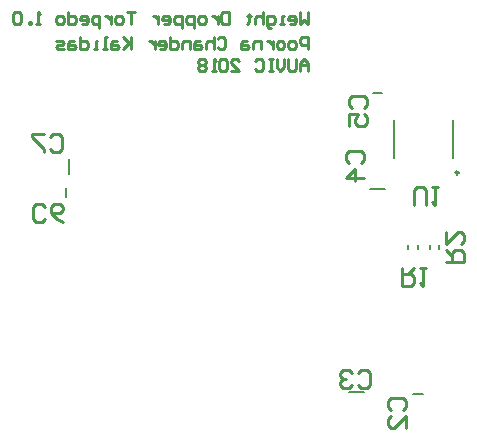
<source format=gbo>
G04*
G04 #@! TF.GenerationSoftware,Altium Limited,Altium Designer,18.1.7 (191)*
G04*
G04 Layer_Color=32896*
%FSLAX25Y25*%
%MOIN*%
G70*
G01*
G75*
%ADD10C,0.00787*%
%ADD12C,0.01000*%
%ADD64C,0.00984*%
D10*
X207480Y116929D02*
X210630D01*
X186023Y117717D02*
X191142D01*
X92913Y190354D02*
Y195473D01*
X91732Y182677D02*
Y185827D01*
X205906Y165303D02*
Y166878D01*
X209055Y165303D02*
Y166878D01*
X212992Y165303D02*
Y166878D01*
X216142Y165303D02*
Y166878D01*
X193110Y185433D02*
X198228D01*
X194095Y217323D02*
X197244D01*
X201181Y195669D02*
Y208268D01*
X220866Y195669D02*
Y208268D01*
D12*
X172448Y244407D02*
Y240471D01*
X171136Y241783D01*
X169824Y240471D01*
Y244407D01*
X166545Y240471D02*
X167857D01*
X168512Y241127D01*
Y242439D01*
X167857Y243095D01*
X166545D01*
X165889Y242439D01*
Y241783D01*
X168512D01*
X164577Y240471D02*
X163265D01*
X163921D01*
Y243095D01*
X164577D01*
X159985Y239159D02*
X159329D01*
X158673Y239815D01*
Y243095D01*
X160641D01*
X161297Y242439D01*
Y241127D01*
X160641Y240471D01*
X158673D01*
X157361Y244407D02*
Y240471D01*
Y242439D01*
X156705Y243095D01*
X155393D01*
X154737Y242439D01*
Y240471D01*
X152769Y243751D02*
Y243095D01*
X153426D01*
X152113D01*
X152769D01*
Y241127D01*
X152113Y240471D01*
X146210Y244407D02*
Y240471D01*
X144242D01*
X143586Y241127D01*
Y243751D01*
X144242Y244407D01*
X146210D01*
X142274Y243095D02*
Y240471D01*
Y241783D01*
X141618Y242439D01*
X140962Y243095D01*
X140306D01*
X137682Y240471D02*
X136371D01*
X135715Y241127D01*
Y242439D01*
X136371Y243095D01*
X137682D01*
X138338Y242439D01*
Y241127D01*
X137682Y240471D01*
X134403Y239159D02*
Y243095D01*
X132435D01*
X131779Y242439D01*
Y241127D01*
X132435Y240471D01*
X134403D01*
X130467Y239159D02*
Y243095D01*
X128499D01*
X127843Y242439D01*
Y241127D01*
X128499Y240471D01*
X130467D01*
X124563D02*
X125875D01*
X126531Y241127D01*
Y242439D01*
X125875Y243095D01*
X124563D01*
X123907Y242439D01*
Y241783D01*
X126531D01*
X122596Y243095D02*
Y240471D01*
Y241783D01*
X121940Y242439D01*
X121284Y243095D01*
X120628D01*
X114724Y244407D02*
X112100D01*
X113412D01*
Y240471D01*
X110132D02*
X108820D01*
X108165Y241127D01*
Y242439D01*
X108820Y243095D01*
X110132D01*
X110788Y242439D01*
Y241127D01*
X110132Y240471D01*
X106852Y243095D02*
Y240471D01*
Y241783D01*
X106197Y242439D01*
X105541Y243095D01*
X104885D01*
X102917Y239159D02*
Y243095D01*
X100949D01*
X100293Y242439D01*
Y241127D01*
X100949Y240471D01*
X102917D01*
X97013D02*
X98325D01*
X98981Y241127D01*
Y242439D01*
X98325Y243095D01*
X97013D01*
X96357Y242439D01*
Y241783D01*
X98981D01*
X92422Y244407D02*
Y240471D01*
X94389D01*
X95045Y241127D01*
Y242439D01*
X94389Y243095D01*
X92422D01*
X90454Y240471D02*
X89142D01*
X88486Y241127D01*
Y242439D01*
X89142Y243095D01*
X90454D01*
X91110Y242439D01*
Y241127D01*
X90454Y240471D01*
X83238D02*
X81926D01*
X82582D01*
Y244407D01*
X83238Y243751D01*
X79958Y240471D02*
Y241127D01*
X79302D01*
Y240471D01*
X79958D01*
X76679Y243751D02*
X76023Y244407D01*
X74711D01*
X74055Y243751D01*
Y241127D01*
X74711Y240471D01*
X76023D01*
X76679Y241127D01*
Y243751D01*
X172448Y232037D02*
Y235972D01*
X170480D01*
X169824Y235316D01*
Y234004D01*
X170480Y233348D01*
X172448D01*
X167857Y232037D02*
X166545D01*
X165889Y232693D01*
Y234004D01*
X166545Y234660D01*
X167857D01*
X168512Y234004D01*
Y232693D01*
X167857Y232037D01*
X163921D02*
X162609D01*
X161953Y232693D01*
Y234004D01*
X162609Y234660D01*
X163921D01*
X164577Y234004D01*
Y232693D01*
X163921Y232037D01*
X160641Y234660D02*
Y232037D01*
Y233348D01*
X159985Y234004D01*
X159329Y234660D01*
X158673D01*
X156705Y232037D02*
Y234660D01*
X154737D01*
X154081Y234004D01*
Y232037D01*
X152113Y234660D02*
X150802D01*
X150146Y234004D01*
Y232037D01*
X152113D01*
X152769Y232693D01*
X152113Y233348D01*
X150146D01*
X142274Y235316D02*
X142930Y235972D01*
X144242D01*
X144898Y235316D01*
Y232693D01*
X144242Y232037D01*
X142930D01*
X142274Y232693D01*
X140962Y235972D02*
Y232037D01*
Y234004D01*
X140306Y234660D01*
X138994D01*
X138338Y234004D01*
Y232037D01*
X136371Y234660D02*
X135059D01*
X134403Y234004D01*
Y232037D01*
X136371D01*
X137027Y232693D01*
X136371Y233348D01*
X134403D01*
X133091Y232037D02*
Y234660D01*
X131123D01*
X130467Y234004D01*
Y232037D01*
X126531Y235972D02*
Y232037D01*
X128499D01*
X129155Y232693D01*
Y234004D01*
X128499Y234660D01*
X126531D01*
X123251Y232037D02*
X124563D01*
X125219Y232693D01*
Y234004D01*
X124563Y234660D01*
X123251D01*
X122596Y234004D01*
Y233348D01*
X125219D01*
X121284Y234660D02*
Y232037D01*
Y233348D01*
X120628Y234004D01*
X119972Y234660D01*
X119316D01*
X113412Y235972D02*
Y232037D01*
Y233348D01*
X110788Y235972D01*
X112756Y234004D01*
X110788Y232037D01*
X108820Y234660D02*
X107509D01*
X106852Y234004D01*
Y232037D01*
X108820D01*
X109476Y232693D01*
X108820Y233348D01*
X106852D01*
X105541Y232037D02*
X104229D01*
X104885D01*
Y235972D01*
X105541D01*
X102261Y232037D02*
X100949D01*
X101605D01*
Y234660D01*
X102261D01*
X96357Y235972D02*
Y232037D01*
X98325D01*
X98981Y232693D01*
Y234004D01*
X98325Y234660D01*
X96357D01*
X94389D02*
X93077D01*
X92422Y234004D01*
Y232037D01*
X94389D01*
X95045Y232693D01*
X94389Y233348D01*
X92422D01*
X91110Y232037D02*
X89142D01*
X88486Y232693D01*
X89142Y233348D01*
X90454D01*
X91110Y234004D01*
X90454Y234660D01*
X88486D01*
X172448Y224914D02*
Y227537D01*
X171136Y228849D01*
X169824Y227537D01*
Y224914D01*
Y226882D01*
X172448D01*
X168512Y228849D02*
Y225570D01*
X167857Y224914D01*
X166545D01*
X165889Y225570D01*
Y228849D01*
X164577D02*
Y226226D01*
X163265Y224914D01*
X161953Y226226D01*
Y228849D01*
X160641D02*
X159329D01*
X159985D01*
Y224914D01*
X160641D01*
X159329D01*
X154737Y228193D02*
X155393Y228849D01*
X156705D01*
X157361Y228193D01*
Y225570D01*
X156705Y224914D01*
X155393D01*
X154737Y225570D01*
X146866Y224914D02*
X149490D01*
X146866Y227537D01*
Y228193D01*
X147522Y228849D01*
X148834D01*
X149490Y228193D01*
X145554D02*
X144898Y228849D01*
X143586D01*
X142930Y228193D01*
Y225570D01*
X143586Y224914D01*
X144898D01*
X145554Y225570D01*
Y228193D01*
X141618Y224914D02*
X140306D01*
X140962D01*
Y228849D01*
X141618Y228193D01*
X138338D02*
X137682Y228849D01*
X136371D01*
X135715Y228193D01*
Y227537D01*
X136371Y226882D01*
X135715Y226226D01*
Y225570D01*
X136371Y224914D01*
X137682D01*
X138338Y225570D01*
Y226226D01*
X137682Y226882D01*
X138338Y227537D01*
Y228193D01*
X137682Y226882D02*
X136371D01*
X86553Y202753D02*
X87552Y203752D01*
X89552D01*
X90551Y202753D01*
Y198754D01*
X89552Y197754D01*
X87552D01*
X86553Y198754D01*
X84553Y203752D02*
X80554D01*
Y202753D01*
X84553Y198754D01*
Y197754D01*
X186970Y212416D02*
X185971Y213416D01*
Y215415D01*
X186970Y216415D01*
X190969D01*
X191969Y215415D01*
Y213416D01*
X190969Y212416D01*
X185971Y206418D02*
Y210417D01*
X188970D01*
X187970Y208417D01*
Y207418D01*
X188970Y206418D01*
X190969D01*
X191969Y207418D01*
Y209417D01*
X190969Y210417D01*
X185947Y194196D02*
X184947Y195196D01*
Y197195D01*
X185947Y198195D01*
X189945D01*
X190945Y197195D01*
Y195196D01*
X189945Y194196D01*
X190945Y189198D02*
X184947D01*
X187946Y192197D01*
Y188198D01*
X203811Y159055D02*
Y153057D01*
X206810D01*
X207810Y154057D01*
Y156056D01*
X206810Y157056D01*
X203811D01*
X205810D02*
X207810Y159055D01*
X209809D02*
X211808D01*
X210809D01*
Y153057D01*
X209809Y154057D01*
X218504Y161174D02*
X224502D01*
Y164174D01*
X223502Y165173D01*
X221503D01*
X220503Y164174D01*
Y161174D01*
Y163174D02*
X218504Y165173D01*
Y171171D02*
Y167173D01*
X222503Y171171D01*
X223502D01*
X224502Y170172D01*
Y168172D01*
X223502Y167173D01*
X84707Y175583D02*
X83708Y174583D01*
X81708D01*
X80709Y175583D01*
Y179582D01*
X81708Y180581D01*
X83708D01*
X84707Y179582D01*
X90705Y174583D02*
X88706Y175583D01*
X86707Y177582D01*
Y179582D01*
X87706Y180581D01*
X89706D01*
X90705Y179582D01*
Y178582D01*
X89706Y177582D01*
X86707D01*
X200120Y111749D02*
X199120Y112749D01*
Y114748D01*
X200120Y115748D01*
X204118D01*
X205118Y114748D01*
Y112749D01*
X204118Y111749D01*
X205118Y105751D02*
Y109750D01*
X201119Y105751D01*
X200120D01*
X199120Y106751D01*
Y108750D01*
X200120Y109750D01*
X189127Y124109D02*
X190127Y125108D01*
X192126D01*
X193126Y124109D01*
Y120110D01*
X192126Y119110D01*
X190127D01*
X189127Y120110D01*
X187128Y124109D02*
X186128Y125108D01*
X184129D01*
X183129Y124109D01*
Y123109D01*
X184129Y122109D01*
X185128D01*
X184129D01*
X183129Y121110D01*
Y120110D01*
X184129Y119110D01*
X186128D01*
X187128Y120110D01*
X207868Y180132D02*
Y185130D01*
X208867Y186130D01*
X210867D01*
X211866Y185130D01*
Y180132D01*
X213866Y186130D02*
X215865D01*
X214865D01*
Y180132D01*
X213866Y181131D01*
D64*
X222638Y190846D02*
G03*
X222638Y190846I-492J0D01*
G01*
M02*

</source>
